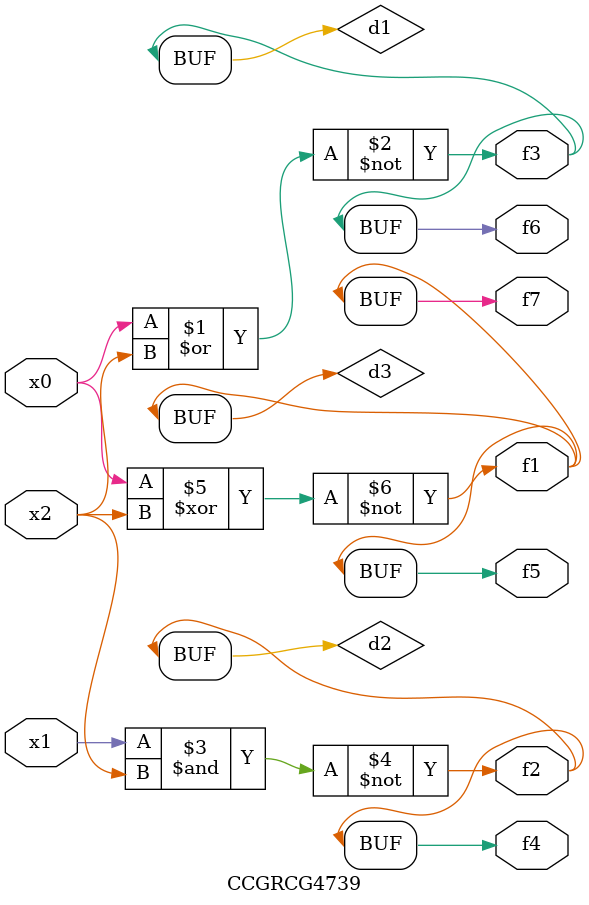
<source format=v>
module CCGRCG4739(
	input x0, x1, x2,
	output f1, f2, f3, f4, f5, f6, f7
);

	wire d1, d2, d3;

	nor (d1, x0, x2);
	nand (d2, x1, x2);
	xnor (d3, x0, x2);
	assign f1 = d3;
	assign f2 = d2;
	assign f3 = d1;
	assign f4 = d2;
	assign f5 = d3;
	assign f6 = d1;
	assign f7 = d3;
endmodule

</source>
